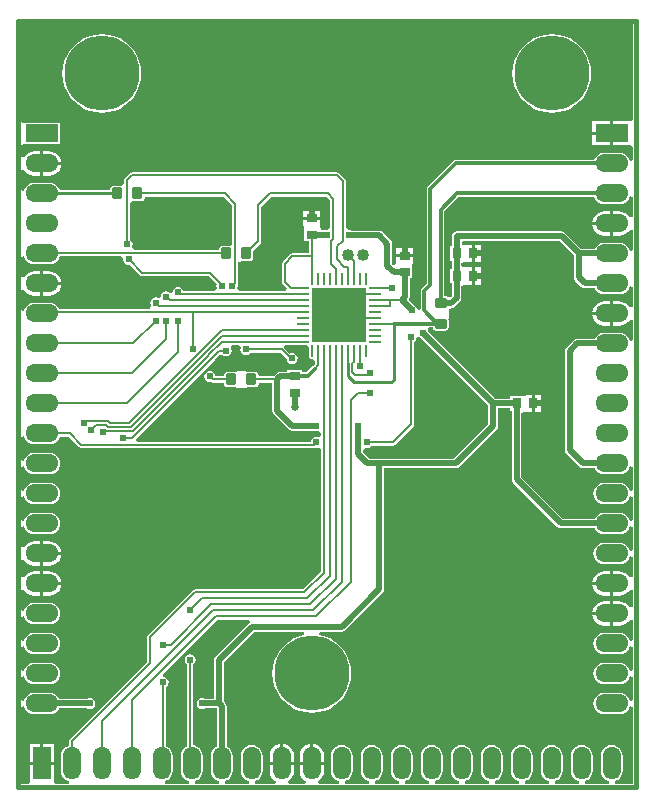
<source format=gtl>
G04 Layer_Physical_Order=1*
G04 Layer_Color=255*
%FSLAX25Y25*%
%MOIN*%
G70*
G01*
G75*
G04:AMPARAMS|DCode=10|XSize=39.37mil|YSize=35.43mil|CornerRadius=4.43mil|HoleSize=0mil|Usage=FLASHONLY|Rotation=270.000|XOffset=0mil|YOffset=0mil|HoleType=Round|Shape=RoundedRectangle|*
%AMROUNDEDRECTD10*
21,1,0.03937,0.02658,0,0,270.0*
21,1,0.03051,0.03543,0,0,270.0*
1,1,0.00886,-0.01329,-0.01526*
1,1,0.00886,-0.01329,0.01526*
1,1,0.00886,0.01329,0.01526*
1,1,0.00886,0.01329,-0.01526*
%
%ADD10ROUNDEDRECTD10*%
%ADD11R,0.18189X0.18189*%
%ADD12O,0.00984X0.04331*%
%ADD13O,0.04331X0.00984*%
%ADD14R,0.02953X0.03740*%
%ADD15R,0.03740X0.02953*%
G04:AMPARAMS|DCode=16|XSize=39.37mil|YSize=35.43mil|CornerRadius=4.43mil|HoleSize=0mil|Usage=FLASHONLY|Rotation=180.000|XOffset=0mil|YOffset=0mil|HoleType=Round|Shape=RoundedRectangle|*
%AMROUNDEDRECTD16*
21,1,0.03937,0.02658,0,0,180.0*
21,1,0.03051,0.03543,0,0,180.0*
1,1,0.00886,-0.01526,0.01329*
1,1,0.00886,0.01526,0.01329*
1,1,0.00886,0.01526,-0.01329*
1,1,0.00886,-0.01526,-0.01329*
%
%ADD16ROUNDEDRECTD16*%
%ADD17C,0.00800*%
%ADD18C,0.01000*%
%ADD19C,0.02000*%
%ADD20C,0.01200*%
%ADD21C,0.01500*%
%ADD22C,0.25000*%
%ADD23R,0.11000X0.06000*%
%ADD24O,0.11000X0.06000*%
%ADD25R,0.06000X0.11000*%
%ADD26O,0.06000X0.11000*%
%ADD27C,0.02400*%
%ADD28C,0.04000*%
%ADD29C,0.01969*%
%ADD30C,0.02600*%
G36*
X285369Y277324D02*
Y270000D01*
X285493Y269376D01*
X285846Y268847D01*
X287846Y266846D01*
X288376Y266493D01*
X289000Y266369D01*
X292279D01*
X292355Y266184D01*
X292933Y265433D01*
X293685Y264855D01*
X294560Y264493D01*
X295500Y264369D01*
X300500D01*
X301440Y264493D01*
X302315Y264855D01*
X303067Y265433D01*
X303645Y266184D01*
X304007Y267060D01*
X304980Y266898D01*
Y260249D01*
X304038Y260028D01*
X303980Y260035D01*
X303353Y260853D01*
X302517Y261494D01*
X301544Y261897D01*
X300500Y262035D01*
X298500D01*
Y258000D01*
Y253965D01*
X300500D01*
X301544Y254103D01*
X302517Y254506D01*
X303353Y255147D01*
X303980Y255965D01*
X304038Y255973D01*
X304980Y255751D01*
Y249102D01*
X304007Y248940D01*
X303645Y249816D01*
X303067Y250568D01*
X302315Y251145D01*
X301440Y251507D01*
X300500Y251631D01*
X295500D01*
X294560Y251507D01*
X293685Y251145D01*
X292933Y250568D01*
X292355Y249816D01*
X292279Y249631D01*
X286500D01*
X285876Y249507D01*
X285347Y249153D01*
X282846Y246654D01*
X282493Y246124D01*
X282369Y245500D01*
Y212500D01*
X282493Y211876D01*
X282846Y211347D01*
X287347Y206846D01*
X287876Y206493D01*
X288500Y206369D01*
X292279D01*
X292355Y206185D01*
X292933Y205433D01*
X293685Y204855D01*
X294560Y204493D01*
X295500Y204369D01*
X300500D01*
X301440Y204493D01*
X302315Y204855D01*
X303067Y205433D01*
X303645Y206185D01*
X304007Y207060D01*
X304980Y206898D01*
Y199102D01*
X304007Y198940D01*
X303645Y199815D01*
X303067Y200568D01*
X302315Y201145D01*
X301440Y201507D01*
X300500Y201631D01*
X295500D01*
X294560Y201507D01*
X293685Y201145D01*
X292933Y200568D01*
X292355Y199815D01*
X291993Y198940D01*
X291869Y198000D01*
X291993Y197060D01*
X292355Y196185D01*
X292933Y195432D01*
X293685Y194855D01*
X294560Y194493D01*
X295500Y194369D01*
X300500D01*
X301440Y194493D01*
X302315Y194855D01*
X303067Y195432D01*
X303645Y196185D01*
X304007Y197060D01*
X304980Y196898D01*
Y189102D01*
X304007Y188940D01*
X303645Y189815D01*
X303067Y190568D01*
X302315Y191145D01*
X301440Y191507D01*
X300500Y191631D01*
X295500D01*
X294560Y191507D01*
X293685Y191145D01*
X292933Y190568D01*
X292355Y189815D01*
X292279Y189631D01*
X281676D01*
X267875Y203432D01*
Y224697D01*
X267896Y224736D01*
X268313Y225049D01*
X269280Y225130D01*
Y225130D01*
X271256D01*
Y228000D01*
Y230870D01*
X269280D01*
Y230569D01*
X268320Y230470D01*
X268280Y230470D01*
X264168D01*
Y229631D01*
X259176D01*
X236718Y252089D01*
X236696Y252202D01*
X236609Y252332D01*
X237144Y253332D01*
X238411D01*
Y253325D01*
X238492Y252918D01*
X238722Y252573D01*
X239068Y252342D01*
X239474Y252261D01*
X242526D01*
X242933Y252342D01*
X243278Y252573D01*
X243508Y252918D01*
X243589Y253325D01*
Y255982D01*
X243543Y256212D01*
X243756Y256425D01*
Y259575D01*
X244671Y259780D01*
X244971Y259839D01*
X245500Y260193D01*
X247398Y262090D01*
X247751Y262620D01*
X247875Y263244D01*
Y267197D01*
X247896Y267236D01*
X248313Y267549D01*
X249279Y267630D01*
Y267630D01*
X251256D01*
Y270500D01*
Y273370D01*
X249279D01*
Y273370D01*
X248313Y273451D01*
X247896Y273764D01*
X247875Y273803D01*
Y274697D01*
X247896Y274736D01*
X248313Y275049D01*
X249279Y275130D01*
Y275130D01*
X251256D01*
Y278000D01*
Y280870D01*
X249279D01*
Y280870D01*
X248313Y280951D01*
X248097Y281113D01*
X248281Y281991D01*
X248345Y282113D01*
X280580D01*
X285369Y277324D01*
D02*
G37*
G36*
X192940Y247621D02*
X193366Y247536D01*
X196128D01*
X196813Y247274D01*
X197075Y246589D01*
Y243827D01*
X197160Y243401D01*
X197402Y243039D01*
X197763Y242798D01*
X198189Y242713D01*
X199052Y242097D01*
X199138Y241960D01*
Y241080D01*
X198727Y240669D01*
X198532Y240630D01*
X198135Y240365D01*
X196096Y238326D01*
X194698D01*
Y239179D01*
X189758D01*
Y238631D01*
X187500D01*
X186876Y238507D01*
X186346Y238154D01*
X185346Y237154D01*
X185257Y237020D01*
X180238D01*
Y237526D01*
X180158Y237932D01*
X179927Y238278D01*
X179582Y238508D01*
X179175Y238589D01*
X176518D01*
X176288Y238543D01*
X176075Y238756D01*
X172925D01*
X172712Y238543D01*
X172482Y238589D01*
X169825D01*
X169418Y238508D01*
X169073Y238278D01*
X168842Y237932D01*
X168762Y237526D01*
Y237020D01*
X165831D01*
X165696Y237702D01*
X165298Y238298D01*
X164702Y238696D01*
X164000Y238835D01*
X163298Y238696D01*
X162702Y238298D01*
X162304Y237702D01*
X162165Y237000D01*
X162304Y236298D01*
X162702Y235702D01*
X163298Y235304D01*
X164000Y235165D01*
X164347Y235234D01*
X164610Y235058D01*
X165000Y234980D01*
X168762D01*
Y234474D01*
X168842Y234068D01*
X169073Y233722D01*
X169418Y233492D01*
X169825Y233411D01*
X172482D01*
X172712Y233457D01*
X172925Y233244D01*
X176075D01*
X176288Y233457D01*
X176518Y233411D01*
X179175D01*
X179582Y233492D01*
X179927Y233722D01*
X180158Y234068D01*
X180238Y234474D01*
Y234980D01*
X184869D01*
Y225500D01*
X184993Y224876D01*
X185346Y224346D01*
X190347Y219346D01*
X190876Y218993D01*
X191500Y218869D01*
X198702D01*
X198798Y218804D01*
X199500Y218665D01*
X200106Y218785D01*
X200275Y218757D01*
X201072Y218229D01*
Y217271D01*
X200275Y216743D01*
X200106Y216715D01*
X199500Y216835D01*
X198798Y216696D01*
X198202Y216298D01*
X197804Y215702D01*
X197728Y215320D01*
X139727D01*
X139312Y216320D01*
X165621Y242628D01*
X165842Y242959D01*
X165842Y242961D01*
X167122Y244241D01*
X168202Y244202D01*
X168798Y243804D01*
X169500Y243665D01*
X170202Y243804D01*
X170798Y244202D01*
X171196Y244798D01*
X171335Y245500D01*
X171196Y246202D01*
X170910Y246630D01*
X171099Y247250D01*
X171352Y247630D01*
X173722D01*
X174284Y246735D01*
X174290Y246630D01*
X174165Y246000D01*
X174304Y245298D01*
X174702Y244702D01*
X175298Y244304D01*
X176000Y244165D01*
X176702Y244304D01*
X177298Y244702D01*
X177484Y244980D01*
X187483D01*
X189715Y242749D01*
X189804Y242298D01*
X190202Y241702D01*
X190798Y241304D01*
X191500Y241165D01*
X192202Y241304D01*
X192798Y241702D01*
X193196Y242298D01*
X193335Y243000D01*
X193196Y243702D01*
X192798Y244298D01*
X192202Y244696D01*
X191500Y244835D01*
X190798Y244696D01*
X190710Y244637D01*
X188717Y246630D01*
X188766Y247010D01*
X189066Y247630D01*
X192926D01*
X192940Y247621D01*
D02*
G37*
G36*
X204180Y295878D02*
Y286487D01*
X203180Y285799D01*
X203000Y285835D01*
X202979Y285831D01*
X202756Y285875D01*
X201303D01*
X201264Y285896D01*
X200951Y286313D01*
X200870Y287280D01*
X200870D01*
Y289256D01*
X198000D01*
X195130D01*
Y287280D01*
X195431D01*
X195530Y286320D01*
X195530Y286280D01*
Y282168D01*
X197169D01*
Y278020D01*
X191500D01*
X191110Y277942D01*
X190779Y277721D01*
X188279Y275221D01*
X188058Y274890D01*
X187980Y274500D01*
Y268500D01*
X188058Y268110D01*
X188279Y267779D01*
X189641Y266417D01*
X189227Y265417D01*
X173810D01*
X173294Y266157D01*
X173219Y266417D01*
X173335Y267000D01*
X173266Y267347D01*
X173442Y267610D01*
X173520Y268000D01*
Y275244D01*
X174228D01*
X174441Y275457D01*
X174671Y275411D01*
X177329D01*
X177736Y275492D01*
X178081Y275723D01*
X178311Y276067D01*
X178392Y276474D01*
Y278950D01*
X180721Y281279D01*
X180942Y281610D01*
X181020Y282000D01*
Y293578D01*
X184422Y296980D01*
X203078D01*
X204180Y295878D01*
D02*
G37*
G36*
X135201Y276180D02*
X135165Y276000D01*
X135304Y275298D01*
X135702Y274702D01*
X136298Y274304D01*
X137000Y274165D01*
X137328Y274230D01*
X140779Y270779D01*
X141110Y270558D01*
X141500Y270480D01*
X163578D01*
X166325Y267733D01*
X166304Y267702D01*
X166165Y267000D01*
X166281Y266417D01*
X166206Y266157D01*
X165690Y265417D01*
X155252D01*
X155196Y265702D01*
X154798Y266298D01*
X154202Y266696D01*
X153500Y266835D01*
X152798Y266696D01*
X152202Y266298D01*
X151804Y265702D01*
X151711Y265231D01*
X151059Y264922D01*
X151027Y264912D01*
X150696Y264866D01*
X150202Y265196D01*
X149500Y265335D01*
X148798Y265196D01*
X148202Y264798D01*
X147804Y264202D01*
X147710Y263725D01*
X147066Y263308D01*
X146706Y263193D01*
X146702Y263196D01*
X146000Y263335D01*
X145298Y263196D01*
X144702Y262798D01*
X144304Y262202D01*
X144165Y261500D01*
X144304Y260798D01*
X144495Y260512D01*
X144089Y259551D01*
X144053Y259512D01*
X113770D01*
X113645Y259816D01*
X113068Y260567D01*
X112315Y261145D01*
X111440Y261507D01*
X110500Y261631D01*
X105500D01*
X104560Y261507D01*
X103684Y261145D01*
X102932Y260567D01*
X102355Y259816D01*
X101993Y258940D01*
X101020Y259102D01*
Y265751D01*
X101962Y265972D01*
X102020Y265965D01*
X102647Y265147D01*
X103483Y264506D01*
X104456Y264103D01*
X105500Y263966D01*
X107500D01*
Y268000D01*
Y272035D01*
X105500D01*
X104456Y271897D01*
X103483Y271494D01*
X102647Y270853D01*
X102020Y270035D01*
X101962Y270027D01*
X101020Y270249D01*
Y276898D01*
X101993Y277060D01*
X102355Y276185D01*
X102932Y275432D01*
X103684Y274855D01*
X104560Y274493D01*
X105500Y274369D01*
X110500D01*
X111440Y274493D01*
X112315Y274855D01*
X113068Y275432D01*
X113645Y276185D01*
X114007Y277060D01*
X114023Y277180D01*
X134513D01*
X135201Y276180D01*
D02*
G37*
G36*
X264168Y225530D02*
X264613D01*
Y202756D01*
X264737Y202132D01*
X265090Y201602D01*
X279847Y186846D01*
X280376Y186493D01*
X281000Y186369D01*
X292279D01*
X292355Y186185D01*
X292933Y185432D01*
X293685Y184855D01*
X294560Y184493D01*
X295500Y184369D01*
X300500D01*
X301440Y184493D01*
X302315Y184855D01*
X303067Y185432D01*
X303645Y186185D01*
X304007Y187060D01*
X304980Y186898D01*
Y179102D01*
X304007Y178940D01*
X303645Y179815D01*
X303067Y180568D01*
X302315Y181145D01*
X301440Y181507D01*
X300500Y181631D01*
X295500D01*
X294560Y181507D01*
X293685Y181145D01*
X292933Y180568D01*
X292355Y179815D01*
X291993Y178940D01*
X291869Y178000D01*
X291993Y177060D01*
X292355Y176184D01*
X292933Y175432D01*
X293685Y174855D01*
X294560Y174493D01*
X295500Y174369D01*
X300500D01*
X301440Y174493D01*
X302315Y174855D01*
X303067Y175432D01*
X303645Y176184D01*
X304007Y177060D01*
X304980Y176898D01*
Y170249D01*
X304038Y170027D01*
X303980Y170035D01*
X303353Y170853D01*
X302517Y171494D01*
X301544Y171897D01*
X300500Y172035D01*
X298500D01*
Y168000D01*
Y163965D01*
X300500D01*
X301544Y164103D01*
X302517Y164506D01*
X303353Y165147D01*
X303980Y165965D01*
X304038Y165972D01*
X304980Y165751D01*
Y160249D01*
X304038Y160028D01*
X303980Y160035D01*
X303353Y160853D01*
X302517Y161494D01*
X301544Y161897D01*
X300500Y162034D01*
X298500D01*
Y158000D01*
Y153965D01*
X300500D01*
X301544Y154103D01*
X302517Y154506D01*
X303353Y155147D01*
X303980Y155965D01*
X304038Y155973D01*
X304980Y155751D01*
Y149102D01*
X304007Y148940D01*
X303645Y149815D01*
X303067Y150568D01*
X302315Y151145D01*
X301440Y151507D01*
X300500Y151631D01*
X295500D01*
X294560Y151507D01*
X293685Y151145D01*
X292933Y150568D01*
X292355Y149815D01*
X291993Y148940D01*
X291869Y148000D01*
X291993Y147060D01*
X292355Y146185D01*
X292933Y145432D01*
X293685Y144855D01*
X294560Y144493D01*
X295500Y144369D01*
X300500D01*
X301440Y144493D01*
X302315Y144855D01*
X303067Y145432D01*
X303645Y146185D01*
X304007Y147060D01*
X304980Y146898D01*
Y139102D01*
X304007Y138940D01*
X303645Y139815D01*
X303067Y140568D01*
X302315Y141145D01*
X301440Y141507D01*
X300500Y141631D01*
X295500D01*
X294560Y141507D01*
X293685Y141145D01*
X292933Y140568D01*
X292355Y139815D01*
X291993Y138940D01*
X291869Y138000D01*
X291993Y137060D01*
X292355Y136185D01*
X292933Y135432D01*
X293685Y134855D01*
X294560Y134493D01*
X295500Y134369D01*
X300500D01*
X301440Y134493D01*
X302315Y134855D01*
X303067Y135432D01*
X303645Y136185D01*
X304007Y137060D01*
X304980Y136898D01*
Y129102D01*
X304007Y128940D01*
X303645Y129815D01*
X303067Y130568D01*
X302315Y131145D01*
X301440Y131507D01*
X300500Y131631D01*
X295500D01*
X294560Y131507D01*
X293685Y131145D01*
X292933Y130568D01*
X292355Y129815D01*
X291993Y128940D01*
X291869Y128000D01*
X291993Y127060D01*
X292355Y126184D01*
X292933Y125432D01*
X293685Y124855D01*
X294560Y124493D01*
X295500Y124369D01*
X300500D01*
X301440Y124493D01*
X302315Y124855D01*
X303067Y125432D01*
X303645Y126184D01*
X304007Y127060D01*
X304980Y126898D01*
Y101020D01*
X299102D01*
X298940Y101993D01*
X299816Y102355D01*
X300568Y102932D01*
X301145Y103684D01*
X301507Y104560D01*
X301631Y105500D01*
Y110500D01*
X301507Y111440D01*
X301145Y112315D01*
X300568Y113068D01*
X299816Y113645D01*
X298940Y114007D01*
X298000Y114131D01*
X297060Y114007D01*
X296184Y113645D01*
X295432Y113068D01*
X294855Y112315D01*
X294493Y111440D01*
X294369Y110500D01*
Y105500D01*
X294493Y104560D01*
X294855Y103684D01*
X295432Y102932D01*
X296184Y102355D01*
X297060Y101993D01*
X296898Y101020D01*
X289102D01*
X288940Y101993D01*
X289815Y102355D01*
X290567Y102932D01*
X291145Y103684D01*
X291507Y104560D01*
X291631Y105500D01*
Y110500D01*
X291507Y111440D01*
X291145Y112315D01*
X290567Y113068D01*
X289815Y113645D01*
X288940Y114007D01*
X288000Y114131D01*
X287060Y114007D01*
X286185Y113645D01*
X285433Y113068D01*
X284855Y112315D01*
X284493Y111440D01*
X284369Y110500D01*
Y105500D01*
X284493Y104560D01*
X284855Y103684D01*
X285433Y102932D01*
X286185Y102355D01*
X287060Y101993D01*
X286898Y101020D01*
X279102D01*
X278940Y101993D01*
X279816Y102355D01*
X280568Y102932D01*
X281145Y103684D01*
X281507Y104560D01*
X281631Y105500D01*
Y110500D01*
X281507Y111440D01*
X281145Y112315D01*
X280568Y113068D01*
X279816Y113645D01*
X278940Y114007D01*
X278000Y114131D01*
X277060Y114007D01*
X276185Y113645D01*
X275432Y113068D01*
X274855Y112315D01*
X274493Y111440D01*
X274369Y110500D01*
Y105500D01*
X274493Y104560D01*
X274855Y103684D01*
X275432Y102932D01*
X276185Y102355D01*
X277060Y101993D01*
X276898Y101020D01*
X269102D01*
X268940Y101993D01*
X269815Y102355D01*
X270567Y102932D01*
X271145Y103684D01*
X271507Y104560D01*
X271631Y105500D01*
Y110500D01*
X271507Y111440D01*
X271145Y112315D01*
X270567Y113068D01*
X269815Y113645D01*
X268940Y114007D01*
X268000Y114131D01*
X267060Y114007D01*
X266184Y113645D01*
X265433Y113068D01*
X264855Y112315D01*
X264493Y111440D01*
X264369Y110500D01*
Y105500D01*
X264493Y104560D01*
X264855Y103684D01*
X265433Y102932D01*
X266184Y102355D01*
X267060Y101993D01*
X266898Y101020D01*
X259102D01*
X258940Y101993D01*
X259816Y102355D01*
X260567Y102932D01*
X261145Y103684D01*
X261507Y104560D01*
X261631Y105500D01*
Y110500D01*
X261507Y111440D01*
X261145Y112315D01*
X260567Y113068D01*
X259816Y113645D01*
X258940Y114007D01*
X258000Y114131D01*
X257060Y114007D01*
X256185Y113645D01*
X255433Y113068D01*
X254855Y112315D01*
X254493Y111440D01*
X254369Y110500D01*
Y105500D01*
X254493Y104560D01*
X254855Y103684D01*
X255433Y102932D01*
X256185Y102355D01*
X257060Y101993D01*
X256898Y101020D01*
X249102D01*
X248940Y101993D01*
X249816Y102355D01*
X250568Y102932D01*
X251145Y103684D01*
X251507Y104560D01*
X251631Y105500D01*
Y110500D01*
X251507Y111440D01*
X251145Y112315D01*
X250568Y113068D01*
X249816Y113645D01*
X248940Y114007D01*
X248000Y114131D01*
X247060Y114007D01*
X246184Y113645D01*
X245432Y113068D01*
X244855Y112315D01*
X244493Y111440D01*
X244369Y110500D01*
Y105500D01*
X244493Y104560D01*
X244855Y103684D01*
X245432Y102932D01*
X246184Y102355D01*
X247060Y101993D01*
X246898Y101020D01*
X239102D01*
X238940Y101993D01*
X239815Y102355D01*
X240567Y102932D01*
X241145Y103684D01*
X241507Y104560D01*
X241631Y105500D01*
Y110500D01*
X241507Y111440D01*
X241145Y112315D01*
X240567Y113068D01*
X239815Y113645D01*
X238940Y114007D01*
X238000Y114131D01*
X237060Y114007D01*
X236185Y113645D01*
X235433Y113068D01*
X234855Y112315D01*
X234493Y111440D01*
X234369Y110500D01*
Y105500D01*
X234493Y104560D01*
X234855Y103684D01*
X235433Y102932D01*
X236185Y102355D01*
X237060Y101993D01*
X236898Y101020D01*
X229102D01*
X228940Y101993D01*
X229816Y102355D01*
X230568Y102932D01*
X231145Y103684D01*
X231507Y104560D01*
X231631Y105500D01*
Y110500D01*
X231507Y111440D01*
X231145Y112315D01*
X230568Y113068D01*
X229816Y113645D01*
X228940Y114007D01*
X228000Y114131D01*
X227060Y114007D01*
X226185Y113645D01*
X225432Y113068D01*
X224855Y112315D01*
X224493Y111440D01*
X224369Y110500D01*
Y105500D01*
X224493Y104560D01*
X224855Y103684D01*
X225432Y102932D01*
X226185Y102355D01*
X227060Y101993D01*
X226898Y101020D01*
X219102D01*
X218940Y101993D01*
X219815Y102355D01*
X220567Y102932D01*
X221145Y103684D01*
X221507Y104560D01*
X221631Y105500D01*
Y110500D01*
X221507Y111440D01*
X221145Y112315D01*
X220567Y113068D01*
X219815Y113645D01*
X218940Y114007D01*
X218000Y114131D01*
X217060Y114007D01*
X216184Y113645D01*
X215433Y113068D01*
X214855Y112315D01*
X214493Y111440D01*
X214369Y110500D01*
Y105500D01*
X214493Y104560D01*
X214855Y103684D01*
X215433Y102932D01*
X216184Y102355D01*
X217060Y101993D01*
X216898Y101020D01*
X209102D01*
X208940Y101993D01*
X209816Y102355D01*
X210567Y102932D01*
X211145Y103684D01*
X211507Y104560D01*
X211631Y105500D01*
Y110500D01*
X211507Y111440D01*
X211145Y112315D01*
X210567Y113068D01*
X209816Y113645D01*
X208940Y114007D01*
X208000Y114131D01*
X207060Y114007D01*
X206185Y113645D01*
X205433Y113068D01*
X204855Y112315D01*
X204493Y111440D01*
X204369Y110500D01*
Y105500D01*
X204493Y104560D01*
X204855Y103684D01*
X205433Y102932D01*
X206185Y102355D01*
X207060Y101993D01*
X206898Y101020D01*
X200249D01*
X200027Y101962D01*
X200035Y102020D01*
X200853Y102647D01*
X201494Y103483D01*
X201897Y104456D01*
X202034Y105500D01*
Y107500D01*
X198000D01*
Y108000D01*
D01*
Y107500D01*
X193965D01*
Y105500D01*
X194103Y104456D01*
X194506Y103483D01*
X195147Y102647D01*
X195965Y102020D01*
X195973Y101962D01*
X195751Y101020D01*
X190249D01*
X190027Y101962D01*
X190035Y102020D01*
X190853Y102647D01*
X191494Y103483D01*
X191897Y104456D01*
X192034Y105500D01*
Y107500D01*
X188000D01*
X183966D01*
Y105500D01*
X184103Y104456D01*
X184506Y103483D01*
X185147Y102647D01*
X185965Y102020D01*
X185972Y101962D01*
X185751Y101020D01*
X179102D01*
X178940Y101993D01*
X179815Y102355D01*
X180568Y102932D01*
X181145Y103684D01*
X181507Y104560D01*
X181631Y105500D01*
Y110500D01*
X181507Y111440D01*
X181145Y112315D01*
X180568Y113068D01*
X179815Y113645D01*
X178940Y114007D01*
X178000Y114131D01*
X177060Y114007D01*
X176184Y113645D01*
X175432Y113068D01*
X174855Y112315D01*
X174493Y111440D01*
X174369Y110500D01*
Y105500D01*
X174493Y104560D01*
X174855Y103684D01*
X175432Y102932D01*
X176184Y102355D01*
X177060Y101993D01*
X176898Y101020D01*
X169102D01*
X168940Y101993D01*
X169816Y102355D01*
X170568Y102932D01*
X171145Y103684D01*
X171507Y104560D01*
X171631Y105500D01*
Y110500D01*
X171507Y111440D01*
X171145Y112315D01*
X170568Y113068D01*
X169816Y113645D01*
X169631Y113721D01*
Y127000D01*
X169507Y127624D01*
X169153Y128154D01*
X168631Y128676D01*
Y141824D01*
X178676Y151869D01*
X195368D01*
X195486Y150869D01*
X193939Y150497D01*
X192034Y149708D01*
X190276Y148631D01*
X188708Y147292D01*
X187369Y145724D01*
X186292Y143966D01*
X185503Y142061D01*
X185021Y140056D01*
X184860Y138000D01*
X185021Y135944D01*
X185503Y133939D01*
X186292Y132034D01*
X187369Y130276D01*
X188708Y128708D01*
X190276Y127369D01*
X192034Y126292D01*
X193939Y125503D01*
X195944Y125021D01*
X198000Y124859D01*
X200056Y125021D01*
X202061Y125503D01*
X203966Y126292D01*
X205724Y127369D01*
X207292Y128708D01*
X208631Y130276D01*
X209708Y132034D01*
X210497Y133939D01*
X210979Y135944D01*
X211140Y138000D01*
X210979Y140056D01*
X210497Y142061D01*
X209708Y143966D01*
X208631Y145724D01*
X207292Y147292D01*
X205724Y148631D01*
X203966Y149708D01*
X202061Y150497D01*
X200514Y150869D01*
X200633Y151869D01*
X208000D01*
X208624Y151993D01*
X209154Y152347D01*
X221654Y164847D01*
X222007Y165376D01*
X222131Y166000D01*
Y206369D01*
X246000D01*
X246624Y206493D01*
X247153Y206846D01*
X259653Y219346D01*
X260007Y219876D01*
X260131Y220500D01*
Y226369D01*
X264168D01*
Y225530D01*
D02*
G37*
G36*
X177350Y155055D02*
X177336Y154980D01*
X176847Y154654D01*
X165847Y143654D01*
X165493Y143124D01*
X165369Y142500D01*
Y129631D01*
X162298D01*
X162202Y129696D01*
X161500Y129835D01*
X160798Y129696D01*
X160202Y129298D01*
X159804Y128702D01*
X159665Y128000D01*
X159804Y127298D01*
X160202Y126702D01*
X160798Y126304D01*
X161500Y126165D01*
X162202Y126304D01*
X162298Y126369D01*
X166324D01*
X166369Y126324D01*
Y113721D01*
X166184Y113645D01*
X165432Y113068D01*
X164855Y112315D01*
X164493Y111440D01*
X164369Y110500D01*
Y105500D01*
X164493Y104560D01*
X164855Y103684D01*
X165432Y102932D01*
X166184Y102355D01*
X167060Y101993D01*
X166898Y101020D01*
X159102D01*
X158940Y101993D01*
X159816Y102355D01*
X160568Y102932D01*
X161145Y103684D01*
X161507Y104560D01*
X161631Y105500D01*
Y110500D01*
X161507Y111440D01*
X161145Y112315D01*
X160568Y113068D01*
X159816Y113645D01*
X158940Y114007D01*
X158520Y114063D01*
Y141016D01*
X158798Y141202D01*
X159196Y141798D01*
X159335Y142500D01*
X159196Y143202D01*
X158798Y143798D01*
X158202Y144196D01*
X157500Y144335D01*
X156798Y144196D01*
X156202Y143798D01*
X155804Y143202D01*
X155665Y142500D01*
X155804Y141798D01*
X156202Y141202D01*
X156480Y141016D01*
Y113767D01*
X156184Y113645D01*
X155432Y113068D01*
X154855Y112315D01*
X154493Y111440D01*
X154369Y110500D01*
Y105500D01*
X154493Y104560D01*
X154855Y103684D01*
X155432Y102932D01*
X156184Y102355D01*
X157060Y101993D01*
X156898Y101020D01*
X149102D01*
X148940Y101993D01*
X149815Y102355D01*
X150568Y102932D01*
X151145Y103684D01*
X151507Y104560D01*
X151631Y105500D01*
Y110500D01*
X151507Y111440D01*
X151145Y112315D01*
X150568Y113068D01*
X149815Y113645D01*
X149520Y113767D01*
Y133516D01*
X149798Y133702D01*
X150196Y134298D01*
X150335Y135000D01*
X150196Y135702D01*
X149798Y136298D01*
X149202Y136696D01*
X148660Y136803D01*
X148377Y137304D01*
X148246Y137804D01*
X166422Y155980D01*
X177088D01*
X177350Y155055D01*
D02*
G37*
G36*
X234298Y249804D02*
X234411Y249782D01*
X256869Y227324D01*
Y221176D01*
X245324Y209631D01*
X217176D01*
X215131Y211676D01*
Y212547D01*
X215302Y212741D01*
X216131Y213238D01*
X216500Y213165D01*
X217202Y213304D01*
X217798Y213702D01*
X217984Y213980D01*
X225000D01*
X225390Y214058D01*
X225721Y214279D01*
X231721Y220279D01*
X231942Y220610D01*
X232020Y221000D01*
Y248516D01*
X232298Y248702D01*
X232696Y249298D01*
X232789Y249769D01*
X233441Y250078D01*
X233473Y250088D01*
X233804Y250134D01*
X234298Y249804D01*
D02*
G37*
G36*
X102355Y216184D02*
X102932Y215433D01*
X103684Y214855D01*
X104560Y214493D01*
X105500Y214369D01*
X110500D01*
X111440Y214493D01*
X112315Y214855D01*
X113068Y215433D01*
X113645Y216184D01*
X113974Y216980D01*
X117078D01*
X120479Y213579D01*
X120810Y213358D01*
X121200Y213280D01*
X198800D01*
X198859Y213292D01*
X199500Y213165D01*
X200106Y213285D01*
X200275Y213257D01*
X201106Y212706D01*
Y172048D01*
X195078Y166020D01*
X159000D01*
X158610Y165942D01*
X158279Y165721D01*
X143279Y150721D01*
X143058Y150390D01*
X142980Y150000D01*
Y141922D01*
X117279Y116221D01*
X117058Y115890D01*
X116980Y115500D01*
Y113974D01*
X116184Y113645D01*
X115432Y113068D01*
X114855Y112315D01*
X114493Y111440D01*
X114369Y110500D01*
Y105500D01*
X114493Y104560D01*
X114855Y103684D01*
X115432Y102932D01*
X116184Y102355D01*
X117060Y101993D01*
X116898Y101020D01*
X112801D01*
X112000Y101500D01*
X112000Y102020D01*
Y107500D01*
X108000D01*
X104000D01*
Y102020D01*
X104000Y101500D01*
X103199Y101020D01*
X101020D01*
Y126898D01*
X101993Y127060D01*
X102355Y126184D01*
X102932Y125432D01*
X103684Y124855D01*
X104560Y124493D01*
X105500Y124369D01*
X110500D01*
X111440Y124493D01*
X112315Y124855D01*
X113068Y125432D01*
X113645Y126184D01*
X113721Y126369D01*
X123202D01*
X123298Y126304D01*
X124000Y126165D01*
X124702Y126304D01*
X125298Y126702D01*
X125696Y127298D01*
X125835Y128000D01*
X125696Y128702D01*
X125298Y129298D01*
X124702Y129696D01*
X124000Y129835D01*
X123298Y129696D01*
X123202Y129631D01*
X113721D01*
X113645Y129815D01*
X113068Y130568D01*
X112315Y131145D01*
X111440Y131507D01*
X110500Y131631D01*
X105500D01*
X104560Y131507D01*
X103684Y131145D01*
X102932Y130568D01*
X102355Y129815D01*
X101993Y128940D01*
X101020Y129102D01*
Y136898D01*
X101993Y137060D01*
X102355Y136185D01*
X102932Y135432D01*
X103684Y134855D01*
X104560Y134493D01*
X105500Y134369D01*
X110500D01*
X111440Y134493D01*
X112315Y134855D01*
X113068Y135432D01*
X113645Y136185D01*
X114007Y137060D01*
X114131Y138000D01*
X114007Y138940D01*
X113645Y139815D01*
X113068Y140568D01*
X112315Y141145D01*
X111440Y141507D01*
X110500Y141631D01*
X105500D01*
X104560Y141507D01*
X103684Y141145D01*
X102932Y140568D01*
X102355Y139815D01*
X101993Y138940D01*
X101020Y139102D01*
Y146898D01*
X101993Y147060D01*
X102355Y146185D01*
X102932Y145432D01*
X103684Y144855D01*
X104560Y144493D01*
X105500Y144369D01*
X110500D01*
X111440Y144493D01*
X112315Y144855D01*
X113068Y145432D01*
X113645Y146185D01*
X114007Y147060D01*
X114131Y148000D01*
X114007Y148940D01*
X113645Y149815D01*
X113068Y150568D01*
X112315Y151145D01*
X111440Y151507D01*
X110500Y151631D01*
X105500D01*
X104560Y151507D01*
X103684Y151145D01*
X102932Y150568D01*
X102355Y149815D01*
X101993Y148940D01*
X101020Y149102D01*
Y156898D01*
X101993Y157060D01*
X102355Y156184D01*
X102932Y155432D01*
X103684Y154855D01*
X104560Y154493D01*
X105500Y154369D01*
X110500D01*
X111440Y154493D01*
X112315Y154855D01*
X113068Y155432D01*
X113645Y156184D01*
X114007Y157060D01*
X114131Y158000D01*
X114007Y158940D01*
X113645Y159816D01*
X113068Y160568D01*
X112315Y161145D01*
X111440Y161507D01*
X110500Y161631D01*
X105500D01*
X104560Y161507D01*
X103684Y161145D01*
X102932Y160568D01*
X102355Y159816D01*
X101993Y158940D01*
X101020Y159102D01*
Y165751D01*
X101962Y165972D01*
X102020Y165965D01*
X102647Y165147D01*
X103483Y164506D01*
X104456Y164103D01*
X105500Y163965D01*
X107500D01*
Y168000D01*
Y172035D01*
X105500D01*
X104456Y171897D01*
X103483Y171494D01*
X102647Y170853D01*
X102020Y170035D01*
X101962Y170027D01*
X101020Y170249D01*
Y175751D01*
X101962Y175972D01*
X102020Y175965D01*
X102647Y175147D01*
X103483Y174506D01*
X104456Y174103D01*
X105500Y173966D01*
X107500D01*
Y178000D01*
Y182035D01*
X105500D01*
X104456Y181897D01*
X103483Y181494D01*
X102647Y180853D01*
X102020Y180035D01*
X101962Y180027D01*
X101020Y180249D01*
Y186898D01*
X101993Y187060D01*
X102355Y186185D01*
X102932Y185432D01*
X103684Y184855D01*
X104560Y184493D01*
X105500Y184369D01*
X110500D01*
X111440Y184493D01*
X112315Y184855D01*
X113068Y185432D01*
X113645Y186185D01*
X114007Y187060D01*
X114131Y188000D01*
X114007Y188940D01*
X113645Y189815D01*
X113068Y190568D01*
X112315Y191145D01*
X111440Y191507D01*
X110500Y191631D01*
X105500D01*
X104560Y191507D01*
X103684Y191145D01*
X102932Y190568D01*
X102355Y189815D01*
X101993Y188940D01*
X101020Y189102D01*
Y196898D01*
X101993Y197060D01*
X102355Y196185D01*
X102932Y195432D01*
X103684Y194855D01*
X104560Y194493D01*
X105500Y194369D01*
X110500D01*
X111440Y194493D01*
X112315Y194855D01*
X113068Y195432D01*
X113645Y196185D01*
X114007Y197060D01*
X114131Y198000D01*
X114007Y198940D01*
X113645Y199815D01*
X113068Y200568D01*
X112315Y201145D01*
X111440Y201507D01*
X110500Y201631D01*
X105500D01*
X104560Y201507D01*
X103684Y201145D01*
X102932Y200568D01*
X102355Y199815D01*
X101993Y198940D01*
X101020Y199102D01*
Y206898D01*
X101993Y207060D01*
X102355Y206185D01*
X102932Y205433D01*
X103684Y204855D01*
X104560Y204493D01*
X105500Y204369D01*
X110500D01*
X111440Y204493D01*
X112315Y204855D01*
X113068Y205433D01*
X113645Y206185D01*
X114007Y207060D01*
X114131Y208000D01*
X114007Y208940D01*
X113645Y209816D01*
X113068Y210567D01*
X112315Y211145D01*
X111440Y211507D01*
X110500Y211631D01*
X105500D01*
X104560Y211507D01*
X103684Y211145D01*
X102932Y210567D01*
X102355Y209816D01*
X101993Y208940D01*
X101020Y209102D01*
Y216898D01*
X101993Y217060D01*
X102355Y216184D01*
D02*
G37*
G36*
X304980Y296898D02*
Y290249D01*
X304038Y290027D01*
X303980Y290035D01*
X303353Y290853D01*
X302517Y291494D01*
X301544Y291897D01*
X300500Y292035D01*
X298500D01*
Y288000D01*
Y283965D01*
X300500D01*
X301544Y284103D01*
X302517Y284506D01*
X303353Y285147D01*
X303980Y285965D01*
X304038Y285972D01*
X304980Y285751D01*
Y279102D01*
X304007Y278940D01*
X303645Y279816D01*
X303067Y280568D01*
X302315Y281145D01*
X301440Y281507D01*
X300500Y281631D01*
X295500D01*
X294560Y281507D01*
X293685Y281145D01*
X292933Y280568D01*
X292355Y279816D01*
X292279Y279631D01*
X287676D01*
X282410Y284898D01*
X281880Y285251D01*
X281256Y285375D01*
X246244D01*
X245620Y285251D01*
X245091Y284898D01*
X244737Y284368D01*
X244613Y283744D01*
Y280470D01*
X244168D01*
Y275530D01*
X244613D01*
Y272970D01*
X244168D01*
Y268030D01*
X244613D01*
Y263920D01*
X244336Y263643D01*
X243278Y263427D01*
X242933Y263658D01*
X242526Y263738D01*
X242224D01*
Y291993D01*
X247007Y296777D01*
X292110D01*
X292355Y296184D01*
X292933Y295432D01*
X293685Y294855D01*
X294560Y294493D01*
X295500Y294369D01*
X300500D01*
X301440Y294493D01*
X302315Y294855D01*
X303067Y295432D01*
X303645Y296184D01*
X304007Y297060D01*
X304980Y296898D01*
D02*
G37*
G36*
Y322801D02*
X304500Y322000D01*
X303980Y322000D01*
X298500D01*
Y318000D01*
Y314000D01*
X303980D01*
X304500Y314000D01*
X304980Y313199D01*
Y309102D01*
X304007Y308940D01*
X303645Y309816D01*
X303067Y310567D01*
X302315Y311145D01*
X301440Y311507D01*
X300500Y311631D01*
X295500D01*
X294560Y311507D01*
X293685Y311145D01*
X292933Y310567D01*
X292355Y309816D01*
X292110Y309224D01*
X246000D01*
X245532Y309130D01*
X245135Y308865D01*
X236635Y300365D01*
X236370Y299968D01*
X236277Y299500D01*
Y268007D01*
X234635Y266365D01*
X234370Y265968D01*
X234277Y265500D01*
Y259394D01*
X233277Y259296D01*
X233196Y259702D01*
X232798Y260298D01*
X232202Y260696D01*
X232089Y260718D01*
X230276Y262530D01*
X230507Y262876D01*
X230631Y263500D01*
Y269668D01*
X231470D01*
Y273780D01*
X231470Y273820D01*
X231569Y274780D01*
X231870D01*
Y276756D01*
X229000D01*
X226130D01*
Y274780D01*
X226130D01*
X226122Y274587D01*
X225267Y274254D01*
X225002Y274294D01*
X224820Y274475D01*
Y281311D01*
X224696Y281935D01*
X224342Y282465D01*
X221654Y285154D01*
X221124Y285507D01*
X220500Y285631D01*
X211298D01*
X211202Y285696D01*
X210500Y285835D01*
X210317Y285799D01*
X209317Y286486D01*
Y302202D01*
X209240Y302592D01*
X209019Y302923D01*
X207221Y304721D01*
X206890Y304942D01*
X206500Y305020D01*
X138000D01*
X137610Y304942D01*
X137279Y304721D01*
X135779Y303221D01*
X135558Y302890D01*
X135480Y302500D01*
Y301141D01*
X134556Y300574D01*
X134482Y300589D01*
X131825D01*
X131418Y300508D01*
X131073Y300277D01*
X130842Y299933D01*
X130762Y299526D01*
Y299121D01*
X113932D01*
X113645Y299816D01*
X113068Y300568D01*
X112315Y301145D01*
X111440Y301507D01*
X110500Y301631D01*
X105500D01*
X104560Y301507D01*
X103684Y301145D01*
X102932Y300568D01*
X102355Y299816D01*
X101993Y298940D01*
X101020Y299102D01*
Y305751D01*
X101962Y305973D01*
X102020Y305965D01*
X102647Y305147D01*
X103483Y304506D01*
X104456Y304103D01*
X105500Y303965D01*
X107500D01*
Y308000D01*
Y312035D01*
X105500D01*
X104456Y311897D01*
X103483Y311494D01*
X102647Y310853D01*
X102020Y310035D01*
X101962Y310028D01*
X101020Y310249D01*
Y314111D01*
X101900Y314400D01*
X102020Y314400D01*
X114100D01*
Y321600D01*
X102020D01*
X101900Y321600D01*
X101020Y321889D01*
Y354481D01*
X304980D01*
Y322801D01*
D02*
G37*
G36*
X171480Y294078D02*
Y281244D01*
X170636Y280589D01*
X167978D01*
X167571Y280508D01*
X167227Y280277D01*
X166996Y279932D01*
X166915Y279526D01*
Y279220D01*
X138678D01*
X138143Y280220D01*
X138196Y280298D01*
X138335Y281000D01*
X138196Y281702D01*
X137798Y282298D01*
X137520Y282484D01*
Y294859D01*
X138444Y295426D01*
X138518Y295411D01*
X141175D01*
X141582Y295492D01*
X141927Y295723D01*
X142158Y296068D01*
X142238Y296474D01*
Y296980D01*
X168578D01*
X171480Y294078D01*
D02*
G37*
%LPC*%
G36*
X254232Y277500D02*
X252256D01*
Y275130D01*
X254232D01*
Y277500D01*
D02*
G37*
G36*
Y280870D02*
X252256D01*
Y278500D01*
X254232D01*
Y280870D01*
D02*
G37*
G36*
X297500Y257500D02*
X291531D01*
X291603Y256956D01*
X292006Y255983D01*
X292647Y255147D01*
X293483Y254506D01*
X294456Y254103D01*
X295500Y253965D01*
X297500D01*
Y257500D01*
D02*
G37*
G36*
Y262035D02*
X295500D01*
X294456Y261897D01*
X293483Y261494D01*
X292647Y260853D01*
X292006Y260017D01*
X291603Y259044D01*
X291531Y258500D01*
X297500D01*
Y262035D01*
D02*
G37*
G36*
X274232Y227500D02*
X272256D01*
Y225130D01*
X274232D01*
Y227500D01*
D02*
G37*
G36*
Y230870D02*
X272256D01*
Y228500D01*
X274232D01*
Y230870D01*
D02*
G37*
G36*
X254232Y273370D02*
X252256D01*
Y271000D01*
X254232D01*
Y273370D01*
D02*
G37*
G36*
Y270000D02*
X252256D01*
Y267630D01*
X254232D01*
Y270000D01*
D02*
G37*
G36*
X197500Y292232D02*
X195130D01*
Y290256D01*
X197500D01*
Y292232D01*
D02*
G37*
G36*
X200870D02*
X198500D01*
Y290256D01*
X200870D01*
Y292232D01*
D02*
G37*
G36*
X110500Y272035D02*
X108500D01*
Y268500D01*
X114469D01*
X114397Y269044D01*
X113994Y270017D01*
X113353Y270853D01*
X112517Y271494D01*
X111544Y271897D01*
X110500Y272035D01*
D02*
G37*
G36*
X114469Y267500D02*
X108500D01*
Y263966D01*
X110500D01*
X111544Y264103D01*
X112517Y264506D01*
X113353Y265147D01*
X113994Y265983D01*
X114397Y266956D01*
X114469Y267500D01*
D02*
G37*
G36*
X297500Y172035D02*
X295500D01*
X294456Y171897D01*
X293483Y171494D01*
X292647Y170853D01*
X292006Y170017D01*
X291603Y169044D01*
X291531Y168500D01*
X297500D01*
Y172035D01*
D02*
G37*
G36*
Y167500D02*
X291531D01*
X291603Y166956D01*
X292006Y165983D01*
X292647Y165147D01*
X293483Y164506D01*
X294456Y164103D01*
X295500Y163965D01*
X297500D01*
Y167500D01*
D02*
G37*
G36*
X187500Y114469D02*
X186956Y114397D01*
X185983Y113994D01*
X185147Y113353D01*
X184506Y112517D01*
X184103Y111544D01*
X183966Y110500D01*
Y108500D01*
X187500D01*
Y114469D01*
D02*
G37*
G36*
X197500D02*
X196956Y114397D01*
X195983Y113994D01*
X195147Y113353D01*
X194506Y112517D01*
X194103Y111544D01*
X193965Y110500D01*
Y108500D01*
X197500D01*
Y114469D01*
D02*
G37*
G36*
X188500D02*
Y108500D01*
X192034D01*
Y110500D01*
X191897Y111544D01*
X191494Y112517D01*
X190853Y113353D01*
X190017Y113994D01*
X189044Y114397D01*
X188500Y114469D01*
D02*
G37*
G36*
X297500Y157500D02*
X291531D01*
X291603Y156956D01*
X292006Y155983D01*
X292647Y155147D01*
X293483Y154506D01*
X294456Y154103D01*
X295500Y153965D01*
X297500D01*
Y157500D01*
D02*
G37*
G36*
Y162034D02*
X295500D01*
X294456Y161897D01*
X293483Y161494D01*
X292647Y160853D01*
X292006Y160017D01*
X291603Y159044D01*
X291531Y158500D01*
X297500D01*
Y162034D01*
D02*
G37*
G36*
X198500Y114469D02*
Y108500D01*
X202034D01*
Y110500D01*
X201897Y111544D01*
X201494Y112517D01*
X200853Y113353D01*
X200017Y113994D01*
X199044Y114397D01*
X198500Y114469D01*
D02*
G37*
G36*
X114469Y177500D02*
X108500D01*
Y173966D01*
X110500D01*
X111544Y174103D01*
X112517Y174506D01*
X113353Y175147D01*
X113994Y175983D01*
X114397Y176956D01*
X114469Y177500D01*
D02*
G37*
G36*
X110500Y172035D02*
X108500D01*
Y168500D01*
X114469D01*
X114397Y169044D01*
X113994Y170017D01*
X113353Y170853D01*
X112517Y171494D01*
X111544Y171897D01*
X110500Y172035D01*
D02*
G37*
G36*
Y182035D02*
X108500D01*
Y178500D01*
X114469D01*
X114397Y179044D01*
X113994Y180017D01*
X113353Y180853D01*
X112517Y181494D01*
X111544Y181897D01*
X110500Y182035D01*
D02*
G37*
G36*
X114469Y167500D02*
X108500D01*
Y163965D01*
X110500D01*
X111544Y164103D01*
X112517Y164506D01*
X113353Y165147D01*
X113994Y165983D01*
X114397Y166956D01*
X114469Y167500D01*
D02*
G37*
G36*
X107500Y114500D02*
X104000D01*
Y108500D01*
X107500D01*
Y114500D01*
D02*
G37*
G36*
X112000D02*
X108500D01*
Y108500D01*
X112000D01*
Y114500D01*
D02*
G37*
G36*
X297500Y287500D02*
X291531D01*
X291603Y286956D01*
X292006Y285983D01*
X292647Y285147D01*
X293483Y284506D01*
X294456Y284103D01*
X295500Y283965D01*
X297500D01*
Y287500D01*
D02*
G37*
G36*
Y292035D02*
X295500D01*
X294456Y291897D01*
X293483Y291494D01*
X292647Y290853D01*
X292006Y290017D01*
X291603Y289044D01*
X291531Y288500D01*
X297500D01*
Y292035D01*
D02*
G37*
G36*
Y322000D02*
X291500D01*
Y318500D01*
X297500D01*
Y322000D01*
D02*
G37*
G36*
Y317500D02*
X291500D01*
Y314000D01*
X297500D01*
Y317500D01*
D02*
G37*
G36*
X128000Y351140D02*
X125944Y350979D01*
X123939Y350497D01*
X122034Y349708D01*
X120276Y348631D01*
X118708Y347292D01*
X117369Y345724D01*
X116292Y343966D01*
X115503Y342061D01*
X115021Y340056D01*
X114859Y338000D01*
X115021Y335944D01*
X115503Y333939D01*
X116292Y332034D01*
X117369Y330276D01*
X118708Y328708D01*
X120276Y327369D01*
X122034Y326292D01*
X123939Y325503D01*
X125944Y325021D01*
X128000Y324859D01*
X130056Y325021D01*
X132061Y325503D01*
X133966Y326292D01*
X135724Y327369D01*
X137292Y328708D01*
X138631Y330276D01*
X139708Y332034D01*
X140497Y333939D01*
X140979Y335944D01*
X141140Y338000D01*
X140979Y340056D01*
X140497Y342061D01*
X139708Y343966D01*
X138631Y345724D01*
X137292Y347292D01*
X135724Y348631D01*
X133966Y349708D01*
X132061Y350497D01*
X130056Y350979D01*
X128000Y351140D01*
D02*
G37*
G36*
X278000D02*
X275944Y350979D01*
X273939Y350497D01*
X272034Y349708D01*
X270276Y348631D01*
X268708Y347292D01*
X267369Y345724D01*
X266292Y343966D01*
X265503Y342061D01*
X265021Y340056D01*
X264860Y338000D01*
X265021Y335944D01*
X265503Y333939D01*
X266292Y332034D01*
X267369Y330276D01*
X268708Y328708D01*
X270276Y327369D01*
X272034Y326292D01*
X273939Y325503D01*
X275944Y325021D01*
X278000Y324859D01*
X280056Y325021D01*
X282061Y325503D01*
X283966Y326292D01*
X285724Y327369D01*
X287292Y328708D01*
X288631Y330276D01*
X289708Y332034D01*
X290497Y333939D01*
X290979Y335944D01*
X291141Y338000D01*
X290979Y340056D01*
X290497Y342061D01*
X289708Y343966D01*
X288631Y345724D01*
X287292Y347292D01*
X285724Y348631D01*
X283966Y349708D01*
X282061Y350497D01*
X280056Y350979D01*
X278000Y351140D01*
D02*
G37*
G36*
X228500Y279732D02*
X226130D01*
Y277756D01*
X228500D01*
Y279732D01*
D02*
G37*
G36*
X231870D02*
X229500D01*
Y277756D01*
X231870D01*
Y279732D01*
D02*
G37*
G36*
X114469Y307500D02*
X108500D01*
Y303965D01*
X110500D01*
X111544Y304103D01*
X112517Y304506D01*
X113353Y305147D01*
X113994Y305983D01*
X114397Y306956D01*
X114469Y307500D01*
D02*
G37*
G36*
X110500Y312035D02*
X108500D01*
Y308500D01*
X114469D01*
X114397Y309044D01*
X113994Y310017D01*
X113353Y310853D01*
X112517Y311494D01*
X111544Y311897D01*
X110500Y312035D01*
D02*
G37*
%LPD*%
D10*
X177847Y236000D02*
D03*
X171153D02*
D03*
X176000Y278000D02*
D03*
X169307D02*
D03*
X133153Y298000D02*
D03*
X139847D02*
D03*
D11*
X207047Y257508D02*
D03*
D12*
X198189Y269516D02*
D03*
X200157D02*
D03*
X202126D02*
D03*
X204095D02*
D03*
X206063D02*
D03*
X208032D02*
D03*
X210000D02*
D03*
X211968D02*
D03*
X213937D02*
D03*
X215905D02*
D03*
Y245500D02*
D03*
X213937D02*
D03*
X211968D02*
D03*
X210000D02*
D03*
X208032D02*
D03*
X206063D02*
D03*
X204095D02*
D03*
X202126D02*
D03*
X200157D02*
D03*
X198189D02*
D03*
D13*
X219055Y266366D02*
D03*
Y264398D02*
D03*
Y262429D02*
D03*
Y260461D02*
D03*
Y258492D02*
D03*
Y256524D02*
D03*
Y254555D02*
D03*
Y252587D02*
D03*
Y250618D02*
D03*
Y248650D02*
D03*
X195039D02*
D03*
Y250618D02*
D03*
Y252587D02*
D03*
Y254555D02*
D03*
Y256524D02*
D03*
Y258492D02*
D03*
Y260461D02*
D03*
Y262429D02*
D03*
Y264398D02*
D03*
Y266366D02*
D03*
D14*
X251756Y270500D02*
D03*
X246244D02*
D03*
X251756Y278000D02*
D03*
X246244D02*
D03*
X271756Y228000D02*
D03*
X266244D02*
D03*
D15*
X229000Y277256D02*
D03*
Y271744D02*
D03*
X198000Y289756D02*
D03*
Y284244D02*
D03*
X192228Y231591D02*
D03*
Y237102D02*
D03*
D16*
X241000Y261347D02*
D03*
Y254654D02*
D03*
D17*
X138051Y216500D02*
X164900Y243349D01*
X135000Y216500D02*
X138051D01*
X166940Y245500D02*
X169500D01*
X164900Y243460D02*
X166940Y245500D01*
X164900Y243349D02*
Y243460D01*
X158500Y258492D02*
X195039D01*
X108492D02*
X158500D01*
Y246000D02*
Y258492D01*
X128700Y218700D02*
X138271D01*
X130011Y220100D02*
X137691D01*
X130591Y221500D02*
X137111D01*
X160700Y245089D01*
X137691Y220100D02*
X162100Y244509D01*
X138271Y218700D02*
X163500Y243929D01*
Y244040D02*
X168109Y248650D01*
X163500Y243929D02*
Y244040D01*
X162100Y244620D02*
X168098Y250618D01*
X162100Y244509D02*
Y244620D01*
X160700Y245200D02*
X168087Y252587D01*
X160700Y245089D02*
Y245200D01*
X164000Y237000D02*
X165000Y236000D01*
X171153D01*
X177847D02*
X186500D01*
X190905Y243000D02*
X191500D01*
X187906Y246000D02*
X190905Y243000D01*
X176000Y246000D02*
X187906D01*
X164000Y271500D02*
X168500Y267000D01*
X117500Y218000D02*
X121200Y214300D01*
X198800D01*
X199500Y215000D01*
X168109Y248650D02*
X195039D01*
X168098Y250618D02*
X195039D01*
X168087Y252587D02*
X195039D01*
X108000Y258000D02*
X108492Y258492D01*
X147039Y260461D02*
X195039D01*
X150571Y262429D02*
X195039D01*
X154102Y264398D02*
X195039D01*
X153500Y265000D02*
X154102Y264398D01*
X168000Y267000D02*
X168500D01*
X141500Y271500D02*
X164000D01*
X137000Y276000D02*
X141500Y271500D01*
X108200Y278200D02*
X169107D01*
X169307Y278000D01*
X108000D02*
X108200Y278200D01*
X213937Y240500D02*
Y245500D01*
X211968Y241835D02*
Y245500D01*
X211500Y241366D02*
X211968Y241835D01*
X211500Y238500D02*
Y241366D01*
X210000D02*
Y245500D01*
X211500Y238500D02*
X212500Y237500D01*
X149500Y249500D02*
Y255500D01*
X146000Y261500D02*
X147039Y260461D01*
X138500Y248000D02*
X146000Y255500D01*
X138000Y238000D02*
X149500Y249500D01*
Y263500D02*
X150571Y262429D01*
X124500Y219000D02*
X126200Y220700D01*
X129411D01*
X122600Y222100D02*
X129991D01*
X122000Y221500D02*
X122600Y222100D01*
X129991D02*
X130591Y221500D01*
X129411Y220700D02*
X130011Y220100D01*
X128500Y218500D02*
X128700Y218700D01*
X136500Y228000D02*
X153500Y245000D01*
X108000Y228000D02*
X136500D01*
X108000Y238000D02*
X138000D01*
X108000Y248000D02*
X138500D01*
X108000Y218000D02*
X117500D01*
X136500Y281000D02*
Y302500D01*
X138000Y304000D01*
X206500D01*
X208298Y282298D02*
Y302202D01*
X206500Y304000D02*
X208298Y302202D01*
X176000Y278000D02*
X180000Y282000D01*
Y294000D01*
X184000Y298000D01*
X203500D01*
X205200Y296300D01*
Y282700D02*
Y296300D01*
X204500Y282000D02*
X205200Y282700D01*
X204500Y274500D02*
Y282000D01*
Y274500D02*
X206063Y272937D01*
Y269516D02*
Y272937D01*
X206500Y280500D02*
X208298Y282298D01*
X206500Y276000D02*
Y280500D01*
Y276000D02*
X208850Y273650D01*
X210000D01*
Y269516D02*
Y273650D01*
Y277500D02*
X211968Y275532D01*
X213937Y264398D02*
X219055D01*
X213543Y264004D02*
X213937Y264398D01*
X214724Y256524D02*
X219055D01*
X213543Y255343D02*
X214724Y256524D01*
X219055Y254555D02*
X225445D01*
X198000Y284244D02*
X198189Y284055D01*
X191134Y266366D02*
X195039D01*
X189000Y268500D02*
X191134Y266366D01*
X189000Y268500D02*
Y274500D01*
X191500Y277000D01*
X198189D01*
Y269516D02*
Y277000D01*
Y284055D01*
X217500Y237500D02*
Y238000D01*
X208032Y168532D02*
Y245500D01*
X148500Y147500D02*
X151020D01*
X148000Y108000D02*
X148500Y108500D01*
Y135000D01*
X211000Y229000D02*
X213500Y231500D01*
X217000Y232000D02*
X217500Y231500D01*
X213500D02*
X217500D01*
X212500Y237500D02*
X217500D01*
X157500Y108500D02*
Y142500D01*
Y108500D02*
X158000Y108000D01*
X118000D02*
Y115500D01*
X144000Y141500D01*
Y150000D01*
X159000Y165000D01*
X195500D01*
X206063Y169563D02*
Y245500D01*
X157500Y159000D02*
X161500Y163000D01*
X196500D01*
X151020Y147500D02*
X164520Y161000D01*
X197500D01*
X206063Y169563D01*
X198500Y159000D02*
X208032Y168532D01*
X128000Y108000D02*
Y122000D01*
X165000Y159000D01*
X198500D01*
X138000Y108000D02*
Y129000D01*
X166000Y157000D01*
X199500D01*
X211000Y168500D01*
Y229000D01*
X153500Y245000D02*
Y255500D01*
X196500Y163000D02*
X204095Y170595D01*
Y245500D01*
X195500Y165000D02*
X202126Y171626D01*
Y245500D01*
X199000Y239500D02*
X200157Y240657D01*
Y245500D01*
X219055Y266366D02*
X224866D01*
X231000Y221000D02*
Y250000D01*
X225000Y215000D02*
X231000Y221000D01*
X139847Y298000D02*
X169000D01*
X172500Y294500D01*
Y268000D02*
Y294500D01*
X171500Y267000D02*
X172500Y268000D01*
X219055Y262429D02*
X224000D01*
X219055Y260461D02*
X224000D01*
X216500Y215000D02*
X225000D01*
X224000Y260461D02*
Y262429D01*
X227929D01*
X228000Y262500D01*
X211968Y269516D02*
Y275532D01*
D18*
X210000Y237000D02*
Y241366D01*
Y237000D02*
X212000Y235000D01*
X108000Y298000D02*
X132653D01*
X133153Y297500D01*
X212000Y235000D02*
X224500D01*
X225445Y235945D01*
Y254555D01*
D19*
X210500Y284000D02*
X220500D01*
X241000Y261347D02*
X244346D01*
X246244Y263244D01*
Y270500D01*
Y278000D01*
Y283744D01*
X281256D01*
X287000Y278000D01*
X298000D01*
X289000Y268000D02*
X298000D01*
X287000Y270000D02*
X289000Y268000D01*
X287000Y270000D02*
Y278000D01*
X198000Y289756D02*
Y294000D01*
X229000Y277256D02*
Y281500D01*
X251756Y278000D02*
X256500D01*
X251756Y270500D02*
X256500D01*
X192228Y226847D02*
Y231591D01*
X192126Y237000D02*
X192228Y237102D01*
X187500Y237000D02*
X192126D01*
X198000Y284244D02*
X202756D01*
X225244Y271744D02*
X229000D01*
Y263500D02*
Y271744D01*
X228000Y262500D02*
X231500Y259000D01*
X228000Y262500D02*
X229000Y263500D01*
X281000Y188000D02*
X298000D01*
X266244Y202756D02*
X281000Y188000D01*
X266244Y202756D02*
Y228000D01*
X258500D02*
X266244D01*
X235000Y251500D02*
X258500Y228000D01*
X186500Y236000D02*
X187500Y237000D01*
X186500Y225500D02*
Y236000D01*
Y225500D02*
X191500Y220500D01*
X199500D01*
X213500Y211000D02*
Y220500D01*
X246000Y208000D02*
X258500Y220500D01*
Y228000D01*
X213500Y211000D02*
X216500Y208000D01*
X108000Y128000D02*
X124000D01*
X161500D02*
X167000D01*
X168000Y127000D01*
Y108000D02*
Y127000D01*
X167000Y128000D02*
Y142500D01*
X178000Y153500D01*
X208000D01*
X220500Y166000D01*
Y207500D01*
X221000Y208000D01*
X216500D02*
X221000D01*
X246000D01*
X271756Y228000D02*
X278500D01*
X288500Y208000D02*
X298000D01*
X284000Y212500D02*
X288500Y208000D01*
X284000Y212500D02*
Y245500D01*
X286500Y248000D01*
X298000D01*
X223189Y273799D02*
X225244Y271744D01*
X223189Y273799D02*
Y281311D01*
X202756Y284244D02*
X203000Y284000D01*
X220500D02*
X223189Y281311D01*
D20*
X225445Y254555D02*
X240902D01*
X241000Y254654D01*
Y261347D02*
Y292500D01*
X246500Y298000D01*
X298000D01*
X239846Y254654D02*
X241000D01*
X235500Y259000D02*
X239846Y254654D01*
X235500Y259000D02*
Y265500D01*
X237500Y267500D01*
Y299500D01*
X246000Y308000D01*
X298000D01*
X196602Y237102D02*
X199000Y239500D01*
X192228Y237102D02*
X196602D01*
D21*
X100000Y355500D02*
X102500D01*
X100000Y100000D02*
Y355500D01*
X102500D02*
X112500D01*
X161500D01*
X306000D01*
Y100000D02*
Y355500D01*
X100000Y100000D02*
X306000D01*
D22*
X198000Y138000D02*
D03*
X128000Y338000D02*
D03*
X278000D02*
D03*
D23*
X108000Y318000D02*
D03*
X298000D02*
D03*
D24*
X108000Y308000D02*
D03*
Y298000D02*
D03*
Y288000D02*
D03*
Y278000D02*
D03*
Y268000D02*
D03*
Y258000D02*
D03*
Y248000D02*
D03*
Y238000D02*
D03*
Y228000D02*
D03*
Y218000D02*
D03*
Y208000D02*
D03*
Y198000D02*
D03*
Y188000D02*
D03*
Y178000D02*
D03*
Y168000D02*
D03*
Y158000D02*
D03*
Y148000D02*
D03*
Y138000D02*
D03*
Y128000D02*
D03*
X298000Y308000D02*
D03*
Y298000D02*
D03*
Y288000D02*
D03*
Y278000D02*
D03*
Y268000D02*
D03*
Y258000D02*
D03*
Y248000D02*
D03*
Y238000D02*
D03*
Y228000D02*
D03*
Y218000D02*
D03*
Y208000D02*
D03*
Y198000D02*
D03*
Y188000D02*
D03*
Y178000D02*
D03*
Y168000D02*
D03*
Y158000D02*
D03*
Y148000D02*
D03*
Y138000D02*
D03*
Y128000D02*
D03*
D25*
X108000Y108000D02*
D03*
D26*
X118000D02*
D03*
X128000D02*
D03*
X138000D02*
D03*
X148000D02*
D03*
X158000D02*
D03*
X168000D02*
D03*
X178000D02*
D03*
X188000D02*
D03*
X198000D02*
D03*
X208000D02*
D03*
X218000D02*
D03*
X228000D02*
D03*
X238000D02*
D03*
X248000D02*
D03*
X258000D02*
D03*
X268000D02*
D03*
X278000D02*
D03*
X288000D02*
D03*
X298000D02*
D03*
D27*
X280000Y320000D02*
D03*
Y280000D02*
D03*
X290000Y260000D02*
D03*
X280000Y240000D02*
D03*
Y200000D02*
D03*
X290000Y180000D02*
D03*
X280000Y160000D02*
D03*
X290000Y140000D02*
D03*
X280000Y120000D02*
D03*
X260000Y320000D02*
D03*
Y280000D02*
D03*
X270000Y260000D02*
D03*
X260000Y240000D02*
D03*
X270000Y220000D02*
D03*
X260000Y200000D02*
D03*
X270000Y180000D02*
D03*
X260000Y160000D02*
D03*
X270000Y140000D02*
D03*
X260000Y120000D02*
D03*
X250000Y340000D02*
D03*
X240000Y320000D02*
D03*
X250000Y260000D02*
D03*
X240000Y240000D02*
D03*
X250000Y220000D02*
D03*
X240000Y200000D02*
D03*
X250000Y180000D02*
D03*
X240000Y160000D02*
D03*
X250000Y140000D02*
D03*
X240000Y120000D02*
D03*
X230000Y340000D02*
D03*
X220000Y320000D02*
D03*
X230000Y300000D02*
D03*
Y180000D02*
D03*
X220000Y160000D02*
D03*
X230000Y140000D02*
D03*
X220000Y120000D02*
D03*
X210000Y340000D02*
D03*
X200000Y320000D02*
D03*
Y120000D02*
D03*
X190000Y340000D02*
D03*
X180000Y320000D02*
D03*
Y240000D02*
D03*
Y200000D02*
D03*
X190000Y180000D02*
D03*
X180000Y120000D02*
D03*
X170000Y340000D02*
D03*
X160000Y320000D02*
D03*
X170000Y220000D02*
D03*
X160000Y200000D02*
D03*
X170000Y180000D02*
D03*
Y140000D02*
D03*
X160000Y120000D02*
D03*
X150000Y340000D02*
D03*
X140000Y320000D02*
D03*
X150000Y220000D02*
D03*
X140000Y200000D02*
D03*
X150000Y180000D02*
D03*
X140000Y160000D02*
D03*
X120000Y320000D02*
D03*
X130000Y180000D02*
D03*
X120000Y160000D02*
D03*
X130000Y140000D02*
D03*
X158500Y246000D02*
D03*
X164000Y237000D02*
D03*
X191500Y243000D02*
D03*
X176000Y246000D02*
D03*
X135000Y216500D02*
D03*
X169500Y245500D02*
D03*
X168000Y267000D02*
D03*
X137000Y276000D02*
D03*
X136500Y281000D02*
D03*
X213937Y240500D02*
D03*
X149500Y255500D02*
D03*
X146000Y261500D02*
D03*
Y255500D02*
D03*
X149500Y263500D02*
D03*
X128500Y218500D02*
D03*
X124500Y219000D02*
D03*
X122000Y221500D02*
D03*
X210500Y284000D02*
D03*
X217500Y238000D02*
D03*
X148500Y147500D02*
D03*
Y135000D02*
D03*
X217500Y231500D02*
D03*
X157500Y159000D02*
D03*
Y142500D02*
D03*
X153500Y255500D02*
D03*
Y265000D02*
D03*
X224866Y266366D02*
D03*
X231000Y250000D02*
D03*
X199500Y215000D02*
D03*
X171500Y267000D02*
D03*
X231500Y259000D02*
D03*
X235000Y251500D02*
D03*
X199500Y220500D02*
D03*
X213500D02*
D03*
X216500Y215000D02*
D03*
X124000Y128000D02*
D03*
X161500D02*
D03*
X278500Y228000D02*
D03*
X203000Y284000D02*
D03*
D28*
X210000Y277500D02*
D03*
X215000D02*
D03*
D29*
X213543Y251012D02*
D03*
X209213D02*
D03*
X204882D02*
D03*
X200551D02*
D03*
X213543Y255343D02*
D03*
X209213D02*
D03*
X204882D02*
D03*
X200551D02*
D03*
X213543Y259673D02*
D03*
X209213D02*
D03*
X204882D02*
D03*
X200551D02*
D03*
X213543Y264004D02*
D03*
X209213D02*
D03*
X204882D02*
D03*
X200551D02*
D03*
D30*
X198000Y294000D02*
D03*
X229000Y281500D02*
D03*
X256500Y278000D02*
D03*
Y270500D02*
D03*
X192228Y226847D02*
D03*
M02*

</source>
